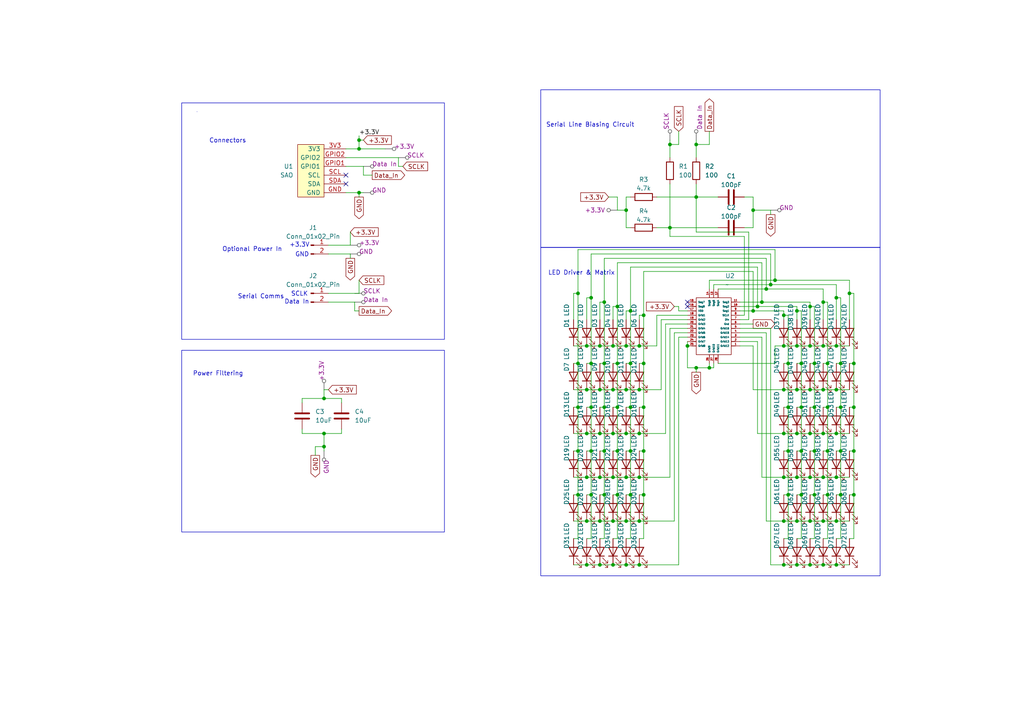
<source format=kicad_sch>
(kicad_sch (version 20250114) (generator "eeschema") (generator_version "9.0")
  (paper "A4")
  (rectangle (start 156.845 71.755) (end 255.27 167.005))
  (rectangle (start 52.705 29.845) (end 128.905 98.425))
  (rectangle (start 156.845 26.035) (end 255.27 71.755))
  (rectangle (start 52.705 101.6) (end 128.905 154.305))
  (rectangle (start 57.15 32.385) (end 57.15 32.385))
  (text "Power Filtering" (exclude_from_sim yes) (at 63.246 108.458 0) (effects (font (size 1.27 1.27))))
  (text "GND" (at 87.63 73.914 0) (effects (font (size 1.27 1.27))))
  (text "Serial Line Biasing Circuit" (exclude_from_sim yes) (at 171.196 36.322 0) (effects (font (size 1.27 1.27))))
  (text "+3.3V" (at 86.868 71.12 0) (effects (font (size 1.27 1.27))))
  (text "Connectors" (exclude_from_sim yes) (at 66.04 40.894 0) (effects (font (size 1.27 1.27))))
  (text "Serial Comms" (at 75.692 86.106 0) (effects (font (size 1.27 1.27))))
  (text "SCLK" (at 86.868 85.344 0) (effects (font (size 1.27 1.27))))
  (text "Optional Power In" (at 73.152 72.39 0) (effects (font (size 1.27 1.27))))
  (text "Data In" (at 86.106 87.63 0) (effects (font (size 1.27 1.27))))
  (text "LED Driver & Matrix" (exclude_from_sim yes) (at 168.656 79.248 0) (effects (font (size 1.27 1.27))))
  (junction (at 167.64 118.11))
  (junction (at 186.69 105.41))
  (junction (at 185.42 113.03))
  (junction (at 170.18 113.03))
  (junction (at 167.64 105.41))
  (junction (at 185.42 163.83))
  (junction (at 234.95 100.33))
  (junction (at 181.61 151.13))
  (junction (at 243.84 118.11))
  (junction (at 232.41 105.41))
  (junction (at 177.8 100.33))
  (junction (at 220.98 87.63))
  (junction (at 228.6 105.41))
  (junction (at 104.14 55.88))
  (junction (at 227.33 100.33))
  (junction (at 236.22 130.81))
  (junction (at 194.31 66.04))
  (junction (at 228.6 143.51))
  (junction (at 185.42 151.13))
  (junction (at 199.39 100.33))
  (junction (at 170.18 100.33))
  (junction (at 177.8 163.83))
  (junction (at 234.95 163.83))
  (junction (at 182.88 130.81))
  (junction (at 171.45 105.41))
  (junction (at 243.84 143.51))
  (junction (at 223.52 82.55))
  (junction (at 240.03 105.41))
  (junction (at 181.61 100.33))
  (junction (at 238.76 151.13))
  (junction (at 231.14 113.03))
  (junction (at 238.76 125.73))
  (junction (at 173.99 113.03))
  (junction (at 185.42 100.33))
  (junction (at 231.14 125.73))
  (junction (at 231.14 163.83))
  (junction (at 182.88 143.51))
  (junction (at 175.26 130.81))
  (junction (at 179.07 118.11))
  (junction (at 243.84 130.81))
  (junction (at 179.07 143.51))
  (junction (at 171.45 86.36))
  (junction (at 238.76 100.33))
  (junction (at 234.95 125.73))
  (junction (at 205.74 106.68))
  (junction (at 242.57 86.36))
  (junction (at 182.88 105.41))
  (junction (at 231.14 138.43))
  (junction (at 179.07 88.9))
  (junction (at 186.69 143.51))
  (junction (at 236.22 105.41))
  (junction (at 227.33 91.44))
  (junction (at 222.25 83.82))
  (junction (at 93.98 115.57))
  (junction (at 181.61 163.83))
  (junction (at 201.93 41.91))
  (junction (at 170.18 138.43))
  (junction (at 232.41 143.51))
  (junction (at 231.14 151.13))
  (junction (at 173.99 138.43))
  (junction (at 186.69 91.44))
  (junction (at 238.76 113.03))
  (junction (at 173.99 151.13))
  (junction (at 242.57 163.83))
  (junction (at 170.18 125.73))
  (junction (at 232.41 118.11))
  (junction (at 104.14 40.64))
  (junction (at 181.61 113.03))
  (junction (at 104.14 43.18))
  (junction (at 179.07 130.81))
  (junction (at 240.03 143.51))
  (junction (at 242.57 100.33))
  (junction (at 247.65 130.81))
  (junction (at 181.61 125.73))
  (junction (at 170.18 163.83))
  (junction (at 231.14 90.17))
  (junction (at 167.64 130.81))
  (junction (at 93.98 129.54))
  (junction (at 227.33 125.73))
  (junction (at 171.45 143.51))
  (junction (at 171.45 130.81))
  (junction (at 242.57 151.13))
  (junction (at 228.6 118.11))
  (junction (at 234.95 113.03))
  (junction (at 231.14 100.33))
  (junction (at 186.69 118.11))
  (junction (at 177.8 125.73))
  (junction (at 234.95 88.9))
  (junction (at 175.26 87.63))
  (junction (at 173.99 125.73))
  (junction (at 219.71 88.9))
  (junction (at 234.95 138.43))
  (junction (at 179.07 105.41))
  (junction (at 170.18 151.13))
  (junction (at 243.84 105.41))
  (junction (at 175.26 105.41))
  (junction (at 218.44 60.96))
  (junction (at 247.65 105.41))
  (junction (at 228.6 130.81))
  (junction (at 201.93 57.15))
  (junction (at 232.41 130.81))
  (junction (at 238.76 87.63))
  (junction (at 175.26 143.51))
  (junction (at 227.33 138.43))
  (junction (at 167.64 143.51))
  (junction (at 234.95 151.13))
  (junction (at 238.76 163.83))
  (junction (at 236.22 118.11))
  (junction (at 240.03 130.81))
  (junction (at 227.33 163.83))
  (junction (at 247.65 143.51))
  (junction (at 181.61 60.96))
  (junction (at 186.69 130.81))
  (junction (at 242.57 138.43))
  (junction (at 218.44 90.17))
  (junction (at 167.64 85.09))
  (junction (at 227.33 113.03))
  (junction (at 224.79 81.28))
  (junction (at 238.76 138.43))
  (junction (at 173.99 163.83))
  (junction (at 201.93 106.68))
  (junction (at 173.99 100.33))
  (junction (at 227.33 151.13))
  (junction (at 182.88 90.17))
  (junction (at 236.22 143.51))
  (junction (at 175.26 118.11))
  (junction (at 246.38 85.09))
  (junction (at 182.88 118.11))
  (junction (at 171.45 118.11))
  (junction (at 240.03 118.11))
  (junction (at 242.57 113.03))
  (junction (at 181.61 138.43))
  (junction (at 242.57 125.73))
  (junction (at 177.8 113.03))
  (junction (at 177.8 138.43))
  (junction (at 93.98 125.73))
  (junction (at 177.8 151.13))
  (junction (at 247.65 118.11))
  (junction (at 185.42 125.73))
  (junction (at 194.31 41.91))
  (junction (at 185.42 138.43))
  (no_connect (at 100.33 53.34))
  (no_connect (at 100.33 50.8))
  (no_connect (at 199.39 88.9))
  (no_connect (at 199.39 87.63))
  (wire (pts (xy 246.38 85.09) (xy 247.65 85.09)))
  (wire (pts (xy 214.63 87.63) (xy 220.98 87.63)))
  (wire (pts (xy 177.8 151.13) (xy 181.61 151.13)))
  (wire (pts (xy 227.33 105.41) (xy 228.6 105.41)))
  (wire (pts (xy 185.42 118.11) (xy 186.69 118.11)))
  (wire (pts (xy 171.45 105.41) (xy 171.45 86.36)))
  (wire (pts (xy 181.61 100.33) (xy 185.42 100.33)))
  (wire (pts (xy 102.87 90.17) (xy 102.87 87.63)))
  (wire (pts (xy 234.95 125.73) (xy 238.76 125.73)))
  (wire (pts (xy 171.45 86.36) (xy 170.18 86.36)))
  (wire (pts (xy 105.41 50.8) (xy 105.41 48.26)))
  (wire (pts (xy 170.18 100.33) (xy 173.99 100.33)))
  (wire (pts (xy 227.33 151.13) (xy 231.14 151.13)))
  (wire (pts (xy 242.57 138.43) (xy 246.38 138.43)))
  (wire (pts (xy 177.8 138.43) (xy 181.61 138.43)))
  (wire (pts (xy 182.88 130.81) (xy 182.88 118.11)))
  (wire (pts (xy 175.26 130.81) (xy 175.26 118.11)))
  (wire (pts (xy 104.14 43.18) (xy 100.33 43.18)))
  (wire (pts (xy 224.79 105.41) (xy 208.28 105.41)))
  (wire (pts (xy 95.25 85.09) (xy 104.14 85.09)))
  (wire (pts (xy 231.14 163.83) (xy 234.95 163.83)))
  (wire (pts (xy 246.38 156.21) (xy 247.65 156.21)))
  (wire (pts (xy 87.63 115.57) (xy 87.63 116.84)))
  (wire (pts (xy 215.9 68.58) (xy 194.31 68.58)))
  (wire (pts (xy 246.38 130.81) (xy 247.65 130.81)))
  (wire (pts (xy 220.98 76.2) (xy 220.98 87.63)))
  (wire (pts (xy 234.95 105.41) (xy 236.22 105.41)))
  (wire (pts (xy 246.38 105.41) (xy 247.65 105.41)))
  (wire (pts (xy 214.63 95.25) (xy 223.52 95.25)))
  (wire (pts (xy 201.93 40.64) (xy 201.93 41.91)))
  (wire (pts (xy 214.63 90.17) (xy 218.44 90.17)))
  (wire (pts (xy 242.57 86.36) (xy 242.57 92.71)))
  (wire (pts (xy 171.45 130.81) (xy 171.45 118.11)))
  (wire (pts (xy 207.01 106.68) (xy 205.74 106.68)))
  (wire (pts (xy 181.61 57.15) (xy 181.61 60.96)))
  (wire (pts (xy 167.64 156.21) (xy 167.64 143.51)))
  (wire (pts (xy 228.6 118.11) (xy 228.6 130.81)))
  (wire (pts (xy 242.57 163.83) (xy 246.38 163.83)))
  (wire (pts (xy 238.76 156.21) (xy 240.03 156.21)))
  (wire (pts (xy 170.18 163.83) (xy 173.99 163.83)))
  (wire (pts (xy 240.03 130.81) (xy 240.03 118.11)))
  (wire (pts (xy 223.52 163.83) (xy 227.33 163.83)))
  (wire (pts (xy 218.44 113.03) (xy 227.33 113.03)))
  (wire (pts (xy 228.6 143.51) (xy 228.6 130.81)))
  (wire (pts (xy 246.38 143.51) (xy 247.65 143.51)))
  (wire (pts (xy 166.37 138.43) (xy 170.18 138.43)))
  (wire (pts (xy 232.41 105.41) (xy 232.41 90.17)))
  (wire (pts (xy 167.64 72.39) (xy 224.79 72.39)))
  (wire (pts (xy 223.52 60.96) (xy 223.52 62.23)))
  (wire (pts (xy 190.5 100.33) (xy 185.42 100.33)))
  (wire (pts (xy 101.6 67.31) (xy 101.6 71.12)))
  (wire (pts (xy 208.28 83.82) (xy 222.25 83.82)))
  (wire (pts (xy 232.41 156.21) (xy 232.41 143.51)))
  (wire (pts (xy 231.14 151.13) (xy 234.95 151.13)))
  (wire (pts (xy 219.71 77.47) (xy 219.71 88.9)))
  (wire (pts (xy 196.85 88.9) (xy 195.58 88.9)))
  (wire (pts (xy 182.88 143.51) (xy 182.88 130.81)))
  (wire (pts (xy 224.79 72.39) (xy 224.79 81.28)))
  (wire (pts (xy 166.37 113.03) (xy 170.18 113.03)))
  (wire (pts (xy 87.63 115.57) (xy 93.98 115.57)))
  (wire (pts (xy 238.76 118.11) (xy 240.03 118.11)))
  (wire (pts (xy 234.95 100.33) (xy 238.76 100.33)))
  (wire (pts (xy 170.18 138.43) (xy 173.99 138.43)))
  (wire (pts (xy 227.33 113.03) (xy 231.14 113.03)))
  (wire (pts (xy 231.14 88.9) (xy 231.14 90.17)))
  (wire (pts (xy 179.07 118.11) (xy 179.07 105.41)))
  (wire (pts (xy 199.39 99.06) (xy 199.39 100.33)))
  (wire (pts (xy 173.99 138.43) (xy 177.8 138.43)))
  (wire (pts (xy 227.33 91.44) (xy 227.33 92.71)))
  (wire (pts (xy 242.57 113.03) (xy 246.38 113.03)))
  (wire (pts (xy 196.85 163.83) (xy 185.42 163.83)))
  (wire (pts (xy 222.25 96.52) (xy 222.25 151.13)))
  (wire (pts (xy 115.57 48.26) (xy 115.57 45.72)))
  (wire (pts (xy 185.42 91.44) (xy 186.69 91.44)))
  (wire (pts (xy 115.57 45.72) (xy 100.33 45.72)))
  (wire (pts (xy 193.04 93.98) (xy 193.04 125.73)))
  (wire (pts (xy 167.64 85.09) (xy 166.37 85.09)))
  (wire (pts (xy 182.88 90.17) (xy 182.88 105.41)))
  (wire (pts (xy 199.39 95.25) (xy 194.31 95.25)))
  (wire (pts (xy 247.65 118.11) (xy 247.65 105.41)))
  (wire (pts (xy 181.61 105.41) (xy 182.88 105.41)))
  (wire (pts (xy 186.69 118.11) (xy 186.69 105.41)))
  (wire (pts (xy 214.63 96.52) (xy 222.25 96.52)))
  (wire (pts (xy 93.98 113.03) (xy 95.25 113.03)))
  (wire (pts (xy 199.39 96.52) (xy 195.58 96.52)))
  (wire (pts (xy 231.14 130.81) (xy 232.41 130.81)))
  (wire (pts (xy 238.76 138.43) (xy 242.57 138.43)))
  (wire (pts (xy 104.14 81.28) (xy 104.14 85.09)))
  (wire (pts (xy 238.76 143.51) (xy 240.03 143.51)))
  (wire (pts (xy 177.8 105.41) (xy 179.07 105.41)))
  (wire (pts (xy 104.14 55.88) (xy 100.33 55.88)))
  (wire (pts (xy 194.31 40.64) (xy 194.31 41.91)))
  (wire (pts (xy 207.01 82.55) (xy 223.52 82.55)))
  (wire (pts (xy 185.42 130.81) (xy 186.69 130.81)))
  (wire (pts (xy 175.26 118.11) (xy 175.26 105.41)))
  (wire (pts (xy 218.44 78.74) (xy 218.44 90.17)))
  (wire (pts (xy 207.01 105.41) (xy 207.01 106.68)))
  (wire (pts (xy 232.41 143.51) (xy 232.41 130.81)))
  (wire (pts (xy 238.76 113.03) (xy 242.57 113.03)))
  (wire (pts (xy 170.18 86.36) (xy 170.18 92.71)))
  (wire (pts (xy 170.18 125.73) (xy 173.99 125.73)))
  (wire (pts (xy 166.37 118.11) (xy 167.64 118.11)))
  (wire (pts (xy 185.42 156.21) (xy 186.69 156.21)))
  (wire (pts (xy 196.85 90.17) (xy 196.85 88.9)))
  (wire (pts (xy 166.37 163.83) (xy 170.18 163.83)))
  (wire (pts (xy 166.37 156.21) (xy 167.64 156.21)))
  (wire (pts (xy 199.39 100.33) (xy 199.39 106.68)))
  (wire (pts (xy 181.61 143.51) (xy 182.88 143.51)))
  (wire (pts (xy 236.22 118.11) (xy 236.22 105.41)))
  (wire (pts (xy 234.95 118.11) (xy 236.22 118.11)))
  (wire (pts (xy 243.84 86.36) (xy 243.84 105.41)))
  (wire (pts (xy 190.5 57.15) (xy 201.93 57.15)))
  (wire (pts (xy 236.22 130.81) (xy 236.22 118.11)))
  (wire (pts (xy 176.53 57.15) (xy 179.07 57.15)))
  (wire (pts (xy 175.26 105.41) (xy 175.26 87.63)))
  (wire (pts (xy 218.44 100.33) (xy 218.44 113.03)))
  (wire (pts (xy 234.95 143.51) (xy 236.22 143.51)))
  (wire (pts (xy 215.9 57.15) (xy 218.44 57.15)))
  (wire (pts (xy 218.44 60.96) (xy 223.52 60.96)))
  (wire (pts (xy 195.58 96.52) (xy 195.58 151.13)))
  (wire (pts (xy 227.33 156.21) (xy 228.6 156.21)))
  (wire (pts (xy 205.74 106.68) (xy 201.93 106.68)))
  (wire (pts (xy 171.45 86.36) (xy 171.45 73.66)))
  (wire (pts (xy 243.84 130.81) (xy 243.84 118.11)))
  (wire (pts (xy 224.79 81.28) (xy 246.38 81.28)))
  (wire (pts (xy 227.33 143.51) (xy 228.6 143.51)))
  (wire (pts (xy 238.76 125.73) (xy 242.57 125.73)))
  (wire (pts (xy 101.6 73.66) (xy 101.6 74.93)))
  (wire (pts (xy 196.85 41.91) (xy 194.31 41.91)))
  (wire (pts (xy 177.8 163.83) (xy 181.61 163.83)))
  (wire (pts (xy 185.42 105.41) (xy 186.69 105.41)))
  (wire (pts (xy 182.88 118.11) (xy 182.88 105.41)))
  (wire (pts (xy 93.98 113.03) (xy 93.98 115.57)))
  (wire (pts (xy 182.88 57.15) (xy 181.61 57.15)))
  (wire (pts (xy 167.64 118.11) (xy 167.64 130.81)))
  (wire (pts (xy 242.57 143.51) (xy 243.84 143.51)))
  (wire (pts (xy 236.22 88.9) (xy 234.95 88.9)))
  (wire (pts (xy 171.45 143.51) (xy 171.45 130.81)))
  (wire (pts (xy 227.33 100.33) (xy 224.79 100.33)))
  (wire (pts (xy 173.99 130.81) (xy 175.26 130.81)))
  (wire (pts (xy 170.18 130.81) (xy 171.45 130.81)))
  (wire (pts (xy 181.61 138.43) (xy 185.42 138.43)))
  (wire (pts (xy 190.5 91.44) (xy 190.5 100.33)))
  (wire (pts (xy 231.14 143.51) (xy 232.41 143.51)))
  (wire (pts (xy 166.37 143.51) (xy 167.64 143.51)))
  (wire (pts (xy 175.26 87.63) (xy 175.26 74.93)))
  (wire (pts (xy 93.98 129.54) (xy 93.98 130.81)))
  (wire (pts (xy 186.69 143.51) (xy 186.69 130.81)))
  (wire (pts (xy 181.61 66.04) (xy 182.88 66.04)))
  (wire (pts (xy 170.18 118.11) (xy 171.45 118.11)))
  (wire (pts (xy 238.76 83.82) (xy 238.76 87.63)))
  (wire (pts (xy 195.58 151.13) (xy 185.42 151.13)))
  (wire (pts (xy 238.76 151.13) (xy 242.57 151.13)))
  (wire (pts (xy 242.57 125.73) (xy 246.38 125.73)))
  (wire (pts (xy 238.76 87.63) (xy 238.76 92.71)))
  (wire (pts (xy 246.38 118.11) (xy 247.65 118.11)))
  (wire (pts (xy 227.33 163.83) (xy 231.14 163.83)))
  (wire (pts (xy 231.14 125.73) (xy 234.95 125.73)))
  (wire (pts (xy 201.93 57.15) (xy 208.28 57.15)))
  (wire (pts (xy 191.77 113.03) (xy 185.42 113.03)))
  (wire (pts (xy 234.95 156.21) (xy 236.22 156.21)))
  (wire (pts (xy 199.39 90.17) (xy 196.85 90.17)))
  (wire (pts (xy 191.77 92.71) (xy 191.77 113.03)))
  (wire (pts (xy 170.18 105.41) (xy 171.45 105.41)))
  (wire (pts (xy 228.6 156.21) (xy 228.6 143.51)))
  (wire (pts (xy 243.84 143.51) (xy 243.84 130.81)))
  (wire (pts (xy 171.45 156.21) (xy 171.45 143.51)))
  (wire (pts (xy 99.06 125.73) (xy 93.98 125.73)))
  (wire (pts (xy 217.17 67.31) (xy 201.93 67.31)))
  (wire (pts (xy 173.99 100.33) (xy 177.8 100.33)))
  (wire (pts (xy 196.85 38.1) (xy 196.85 41.91)))
  (wire (pts (xy 218.44 90.17) (xy 227.33 90.17)))
  (wire (pts (xy 175.26 143.51) (xy 175.26 130.81)))
  (wire (pts (xy 93.98 115.57) (xy 99.06 115.57)))
  (wire (pts (xy 166.37 151.13) (xy 170.18 151.13)))
  (wire (pts (xy 240.03 156.21) (xy 240.03 143.51)))
  (wire (pts (xy 181.61 60.96) (xy 181.61 66.04)))
  (wire (pts (xy 93.98 125.73) (xy 87.63 125.73)))
  (wire (pts (xy 227.33 90.17) (xy 227.33 91.44)))
  (wire (pts (xy 173.99 156.21) (xy 175.26 156.21)))
  (wire (pts (xy 240.03 143.51) (xy 240.03 130.81)))
  (wire (pts (xy 234.95 130.81) (xy 236.22 130.81)))
  (wire (pts (xy 177.8 88.9) (xy 177.8 92.71)))
  (wire (pts (xy 93.98 125.73) (xy 93.98 129.54)))
  (wire (pts (xy 182.88 77.47) (xy 219.71 77.47)))
  (wire (pts (xy 186.69 91.44) (xy 186.69 105.41)))
  (wire (pts (xy 238.76 105.41) (xy 240.03 105.41)))
  (wire (pts (xy 227.33 100.33) (xy 231.14 100.33)))
  (wire (pts (xy 227.33 125.73) (xy 231.14 125.73)))
  (wire (pts (xy 242.57 156.21) (xy 243.84 156.21)))
  (wire (pts (xy 175.26 74.93) (xy 222.25 74.93)))
  (wire (pts (xy 246.38 92.71) (xy 246.38 85.09)))
  (wire (pts (xy 232.41 130.81) (xy 232.41 118.11)))
  (wire (pts (xy 179.07 60.96) (xy 181.61 60.96)))
  (wire (pts (xy 199.39 93.98) (xy 193.04 93.98)))
  (wire (pts (xy 171.45 73.66) (xy 223.52 73.66)))
  (wire (pts (xy 105.41 55.88) (xy 104.14 55.88)))
  (wire (pts (xy 232.41 90.17) (xy 231.14 90.17)))
  (wire (pts (xy 177.8 113.03) (xy 181.61 113.03)))
  (wire (pts (xy 177.8 143.51) (xy 179.07 143.51)))
  (wire (pts (xy 231.14 105.41) (xy 232.41 105.41)))
  (wire (pts (xy 201.93 41.91) (xy 201.93 45.72)))
  (wire (pts (xy 214.63 91.44) (xy 215.9 91.44)))
  (wire (pts (xy 87.63 125.73) (xy 87.63 124.46)))
  (wire (pts (xy 194.31 66.04) (xy 194.31 68.58)))
  (wire (pts (xy 227.33 138.43) (xy 231.14 138.43)))
  (wire (pts (xy 246.38 81.28) (xy 246.38 85.09)))
  (wire (pts (xy 171.45 118.11) (xy 171.45 105.41)))
  (wire (pts (xy 170.18 156.21) (xy 171.45 156.21)))
  (wire (pts (xy 243.84 118.11) (xy 243.84 105.41)))
  (wire (pts (xy 215.9 91.44) (xy 215.9 68.58)))
  (wire (pts (xy 228.6 91.44) (xy 227.33 91.44)))
  (wire (pts (xy 214.63 97.79) (xy 220.98 97.79)))
  (wire (pts (xy 185.42 92.71) (xy 185.42 91.44)))
  (wire (pts (xy 227.33 118.11) (xy 228.6 118.11)))
  (wire (pts (xy 228.6 105.41) (xy 228.6 91.44)))
  (wire (pts (xy 223.52 95.25) (xy 223.52 163.83)))
  (wire (pts (xy 104.14 39.37) (xy 104.14 40.64)))
  (wire (pts (xy 194.31 53.34) (xy 194.31 66.04)))
  (wire (pts (xy 181.61 118.11) (xy 182.88 118.11)))
  (wire (pts (xy 166.37 130.81) (xy 167.64 130.81)))
  (wire (pts (xy 173.99 151.13) (xy 177.8 151.13)))
  (wire (pts (xy 220.98 138.43) (xy 227.33 138.43)))
  (wire (pts (xy 95.25 87.63) (xy 102.87 87.63)))
  (wire (pts (xy 199.39 92.71) (xy 191.77 92.71)))
  (wire (pts (xy 173.99 143.51) (xy 175.26 143.51)))
  (wire (pts (xy 173.99 125.73) (xy 177.8 125.73)))
  (wire (pts (xy 91.44 129.54) (xy 93.98 129.54)))
  (wire (pts (xy 194.31 66.04) (xy 208.28 66.04)))
  (wire (pts (xy 105.41 40.64) (xy 104.14 40.64)))
  (wire (pts (xy 238.76 130.81) (xy 240.03 130.81)))
  (wire (pts (xy 179.07 57.15) (xy 179.07 60.96)))
  (wire (pts (xy 223.52 73.66) (xy 223.52 82.55)))
  (wire (pts (xy 234.95 87.63) (xy 234.95 88.9)))
  (wire (pts (xy 182.88 90.17) (xy 181.61 90.17)))
  (wire (pts (xy 177.8 118.11) (xy 179.07 118.11)))
  (wire (pts (xy 214.63 92.71) (xy 217.17 92.71)))
  (wire (pts (xy 177.8 100.33) (xy 181.61 100.33)))
  (wire (pts (xy 185.42 143.51) (xy 186.69 143.51)))
  (wire (pts (xy 214.63 100.33) (xy 218.44 100.33)))
  (wire (pts (xy 205.74 83.82) (xy 205.74 81.28)))
  (wire (pts (xy 242.57 82.55) (xy 242.57 86.36)))
  (wire (pts (xy 220.98 87.63) (xy 234.95 87.63)))
  (wire (pts (xy 173.99 105.41) (xy 175.26 105.41)))
  (wire (pts (xy 218.44 60.96) (xy 218.44 66.04)))
  (wire (pts (xy 243.84 86.36) (xy 242.57 86.36)))
  (wire (pts (xy 194.31 138.43) (xy 185.42 138.43)))
  (wire (pts (xy 236.22 105.41) (xy 236.22 88.9)))
  (wire (pts (xy 224.79 100.33) (xy 224.79 105.41)))
  (wire (pts (xy 234.95 138.43) (xy 238.76 138.43)))
  (wire (pts (xy 173.99 118.11) (xy 175.26 118.11)))
  (wire (pts (xy 242.57 130.81) (xy 243.84 130.81)))
  (wire (pts (xy 243.84 156.21) (xy 243.84 143.51)))
  (wire (pts (xy 182.88 156.21) (xy 182.88 143.51)))
  (wire (pts (xy 240.03 87.63) (xy 238.76 87.63)))
  (wire (pts (xy 232.41 118.11) (xy 232.41 105.41)))
  (wire (pts (xy 199.39 91.44) (xy 190.5 91.44)))
  (wire (pts (xy 190.5 66.04) (xy 194.31 66.04)))
  (wire (pts (xy 199.39 106.68) (xy 201.93 106.68)))
  (wire (pts (xy 111.76 43.18) (xy 104.14 43.18)))
  (wire (pts (xy 181.61 156.21) (xy 182.88 156.21)))
  (wire (pts (xy 173.99 163.83) (xy 177.8 163.83)))
  (wire (pts (xy 231.14 90.17) (xy 231.14 92.71)))
  (wire (pts (xy 219.71 99.06) (xy 219.71 125.73)))
  (wire (pts (xy 236.22 156.21) (xy 236.22 143.51)))
  (wire (pts (xy 242.57 151.13) (xy 246.38 151.13)))
  (wire (pts (xy 194.31 95.25) (xy 194.31 138.43)))
  (wire (pts (xy 173.99 87.63) (xy 173.99 92.71)))
  (wire (pts (xy 181.61 113.03) (xy 185.42 113.03)))
  (wire (pts (xy 104.14 57.15) (xy 104.14 55.88)))
  (wire (pts (xy 220.98 97.79) (xy 220.98 138.43)))
  (wire (pts (xy 238.76 163.83) (xy 242.57 163.83)))
  (wire (pts (xy 107.95 50.8) (xy 105.41 50.8)))
  (wire (pts (xy 247.65 143.51) (xy 247.65 130.81)))
  (wire (pts (xy 242.57 105.41) (xy 243.84 105.41)))
  (wire (pts (xy 166.37 100.33) (xy 170.18 100.33)))
  (wire (pts (xy 205.74 105.41) (xy 205.74 106.68)))
  (wire (pts (xy 231.14 156.21) (xy 232.41 156.21)))
  (wire (pts (xy 205.74 81.28) (xy 224.79 81.28)))
  (wire (pts (xy 179.07 88.9) (xy 179.07 76.2)))
  (wire (pts (xy 175.26 156.21) (xy 175.26 143.51)))
  (wire (pts (xy 179.07 105.41) (xy 179.07 88.9)))
  (wire (pts (xy 186.69 78.74) (xy 218.44 78.74)))
  (wire (pts (xy 177.8 125.73) (xy 181.61 125.73)))
  (wire (pts (xy 170.18 151.13) (xy 173.99 151.13)))
  (wire (pts (xy 231.14 100.33) (xy 234.95 100.33)))
  (wire (pts (xy 167.64 105.41) (xy 167.64 85.09)))
  (wire (pts (xy 101.6 71.12) (xy 95.25 71.12)))
  (wire (pts (xy 214.63 88.9) (xy 219.71 88.9)))
  (wire (pts (xy 166.37 85.09) (xy 166.37 92.71)))
  (wire (pts (xy 177.8 130.81) (xy 179.07 130.81)))
  (wire (pts (xy 170.18 113.03) (xy 173.99 113.03)))
  (wire (pts (xy 219.71 88.9) (xy 231.14 88.9)))
  (wire (pts (xy 247.65 85.09) (xy 247.65 105.41)))
  (wire (pts (xy 186.69 156.21) (xy 186.69 143.51)))
  (wire (pts (xy 181.61 151.13) (xy 185.42 151.13)))
  (wire (pts (xy 104.14 40.64) (xy 104.14 43.18)))
  (wire (pts (xy 196.85 97.79) (xy 196.85 163.83)))
  (wire (pts (xy 215.9 66.04) (xy 218.44 66.04)))
  (wire (pts (xy 205.74 38.1) (xy 205.74 41.91)))
  (wire (pts (xy 201.93 57.15) (xy 201.93 67.31)))
  (wire (pts (xy 186.69 130.81) (xy 186.69 118.11)))
  (wire (pts (xy 116.84 48.26) (xy 115.57 48.26)))
  (wire (pts (xy 234.95 88.9) (xy 234.95 92.71)))
  (wire (pts (xy 205.74 41.91) (xy 201.93 41.91)))
  (wire (pts (xy 104.14 90.17) (xy 102.87 90.17)))
  (wire (pts (xy 214.63 93.98) (xy 218.44 93.98)))
  (wire (pts (xy 194.31 41.91) (xy 194.31 45.72)))
  (wire (pts (xy 179.07 88.9) (xy 177.8 88.9)))
  (wire (pts (xy 201.93 106.68) (xy 201.93 107.95)))
  (wire (pts (xy 227.33 130.81) (xy 228.6 130.81)))
  (wire (pts (xy 231.14 138.43) (xy 234.95 138.43)))
  (wire (pts (xy 240.03 105.41) (xy 240.03 87.63)))
  (wire (pts (xy 214.63 99.06) (xy 219.71 99.06)))
  (wire (pts (xy 181.61 163.83) (xy 185.42 163.83)))
  (wire (pts (xy 228.6 118.11) (xy 228.6 105.41)))
  (wire (pts (xy 101.6 73.66) (xy 95.25 73.66)))
  (wire (pts (xy 193.04 125.73) (xy 185.42 125.73)))
  (wire (pts (xy 173.99 113.03) (xy 177.8 113.03)))
  (wire (pts (xy 181.61 90.17) (xy 181.61 92.71)))
  (wire (pts (xy 179.07 76.2) (xy 220.98 76.2)))
  (wire (pts (xy 182.88 90.17) (xy 182.88 77.47)))
  (wire (pts (xy 222.25 74.93) (xy 222.25 83.82)))
  (wire (pts (xy 181.61 130.81) (xy 182.88 130.81)))
  (wire (pts (xy 231.14 113.03) (xy 234.95 113.03)))
  (wire (pts (xy 166.37 125.73) (xy 170.18 125.73)))
  (wire (pts (xy 234.95 151.13) (xy 238.76 151.13)))
  (wire (pts (xy 219.71 125.73) (xy 227.33 125.73)))
  (wire (pts (xy 238.76 100.33) (xy 242.57 100.33)))
  (wire (pts (xy 222.25 151.13) (xy 227.33 151.13)))
  (wire (pts (xy 167.64 85.09) (xy 167.64 72.39)))
  (wire (pts (xy 166.37 105.41) (xy 167.64 105.41)))
  (wire (pts (xy 222.25 83.82) (xy 238.76 83.82)))
  (wire (pts (xy 167.64 118.11) (xy 167.64 105.41)))
  (wire (pts (xy 175.26 87.63) (xy 173.99 87.63)))
  (wire (pts (xy 234.95 163.83) (xy 238.76 163.83)))
  (wire (pts (xy 179.07 130.81) (xy 179.07 118.11)))
  (wire (pts (xy 217.17 92.71) (xy 217.17 67.31)))
  (wire (pts (xy 240.03 118.11) (xy 240.03 105.41)))
  (wire (pts (xy 242.57 100.33) (xy 246.38 100.33)))
  (wire (pts (xy 105.41 48.26) (xy 100.33 48.26)))
  (wire (pts (xy 247.65 156.21) (xy 247.65 143.51)))
  (wire (pts (xy 247.65 130.81) (xy 247.65 118.11)))
  (wire (pts (xy 236.22 143.51) (xy 236.22 130.81)))
  (wire (pts (xy 177.8 156.21) (xy 179.07 156.21)))
  (wire (pts (xy 199.39 97.79) (xy 196.85 97.79)))
  (wire (pts (xy 242.57 118.11) (xy 243.84 118.11)))
  (wire (pts (xy 167.64 143.51) (xy 167.64 130.81)))
  (wire (pts (xy 99.06 124.46) (xy 99.06 125.73)))
  (wire (pts (xy 207.01 83.82) (xy 207.01 82.55)))
  (wire (pts (xy 170.18 143.51) (xy 171.45 143.51)))
  (wire (pts (xy 201.93 53.34) (xy 201.93 57.15)))
  (wire (pts (xy 179.07 143.51) (xy 179.07 130.81)))
  (wire (pts (xy 223.52 82.55) (xy 242.57 82.55)))
  (wire (pts (xy 91.44 132.08) (xy 91.44 129.54)))
  (wire (pts (xy 179.07 156.21) (xy 179.07 143.51)))
  (wire (pts (xy 99.06 115.57) (xy 99.06 116.84)))
  (wire (pts (xy 218.44 57.15) (xy 218.44 60.96)))
  (wire (pts (xy 181.61 125.73) (xy 185.42 125.73)))
  (wire (pts (xy 234.95 113.03) (xy 238.76 113.03)))
  (wire (pts (xy 231.14 118.11) (xy 232.41 118.11)))
  (wire (pts (xy 186.69 91.44) (xy 186.69 78.74)))
  (label "+3.3V" (at 104.14 39.37 0))
  (global_label "Data_In" (shape output) (at 107.95 50.8 0) (property "Intersheetrefs" "${INTERSHEET_REFS}" (effects (hide yes))))
  (global_label "SCLK" (shape input) (at 116.84 48.26 0) (property "Intersheetrefs" "${INTERSHEET_REFS}" (effects (hide yes))))
  (global_label "Data_In" (shape output) (at 205.74 38.1 90) (property "Intersheetrefs" "${INTERSHEET_REFS}" (effects (hide yes))))
  (global_label "+3.3V" (shape input) (at 105.41 40.64 0) (property "Intersheetrefs" "${INTERSHEET_REFS}" (effects (hide yes))))
  (global_label "GND" (shape output) (at 201.93 107.95 270) (property "Intersheetrefs" "${INTERSHEET_REFS}" (effects (hide yes))))
  (global_label "GND" (shape output) (at 101.6 74.93 270) (property "Intersheetrefs" "${INTERSHEET_REFS}" (effects (hide yes))))
  (global_label "+3.3V" (shape input) (at 195.58 88.9 180) (property "Intersheetrefs" "${INTERSHEET_REFS}" (effects (hide yes))))
  (global_label "GND" (shape output) (at 104.14 57.15 270) (property "Intersheetrefs" "${INTERSHEET_REFS}" (effects (hide yes))))
  (global_label "GND" (shape output) (at 91.44 132.08 270) (property "Intersheetrefs" "${INTERSHEET_REFS}" (effects (hide yes))))
  (global_label "+3.3V" (shape input) (at 101.6 67.31 0) (property "Intersheetrefs" "${INTERSHEET_REFS}" (effects (hide yes))))
  (global_label "+3.3V" (shape input) (at 176.53 57.15 180) (property "Intersheetrefs" "${INTERSHEET_REFS}" (effects (hide yes))))
  (global_label "Data_In" (shape output) (at 104.14 90.17 0) (property "Intersheetrefs" "${INTERSHEET_REFS}" (effects (hide yes))))
  (global_label "GND" (shape output) (at 223.52 62.23 270) (property "Intersheetrefs" "${INTERSHEET_REFS}" (effects (hide yes))))
  (global_label "SCLK" (shape input) (at 104.14 81.28 0) (property "Intersheetrefs" "${INTERSHEET_REFS}" (effects (hide yes))))
  (global_label "GND" (shape output) (at 218.44 93.98 0) (property "Intersheetrefs" "${INTERSHEET_REFS}" (effects (hide yes))))
  (global_label "+3.3V" (shape input) (at 95.25 113.03 0) (property "Intersheetrefs" "${INTERSHEET_REFS}" (effects (hide yes))))
  (global_label "SCLK" (shape input) (at 196.85 38.1 90) (property "Intersheetrefs" "${INTERSHEET_REFS}" (effects (hide yes))))
  (netclass_flag "" (length 2.54) (shape round) (at 102.87 85.09 270) (property "Netclass" "SCLK" (at 105.41 84.3915 0) (effects (justify left))))
  (netclass_flag "" (length 2.54) (shape round) (at 105.41 55.88 270) (property "Netclass" "GND" (at 107.95 55.1815 0) (effects (justify left))))
  (netclass_flag "" (length 2.54) (shape round) (at 93.98 130.81 180) (property "Netclass" "GND" (at 94.6785 133.35 90) (effects (justify right))))
  (netclass_flag "" (length 2.54) (shape round) (at 111.76 43.18 270) (property "Netclass" "+3.3V" (at 114.3 42.4815 0) (effects (justify left))))
  (netclass_flag "" (length 2.54) (shape round) (at 201.93 40.64 0) (property "Netclass" "Data In" (at 202.946 37.592 90) (effects (justify left))))
  (netclass_flag "" (length 2.54) (shape round) (at 194.31 40.64 0) (property "Netclass" "SCLK" (at 193.294 37.592 90) (effects (justify left))))
  (netclass_flag "" (length 2.54) (shape round) (at 179.07 60.96 90) (property "Netclass" "+3.3V" (at 175.514 60.96 0) (effects (justify right))))
  (netclass_flag "" (length 2.54) (shape round) (at 101.6 71.12 270) (property "Netclass" "+3.3V" (at 104.14 70.4215 0) (effects (justify left))))
  (netclass_flag "" (length 2.54) (shape round) (at 105.41 48.26 270) (property "Netclass" "Data In" (at 107.95 47.5615 0) (effects (justify left))))
  (netclass_flag "" (length 2.54) (shape round) (at 93.98 113.03 0) (property "Netclass" "+3.3V" (at 93.2815 110.49 90) (effects (justify left))))
  (netclass_flag "" (length 2.54) (shape round) (at 115.57 45.72 270) (property "Netclass" "SCLK" (at 118.11 45.0215 0) (effects (justify left))))
  (netclass_flag "" (length 2.54) (shape round) (at 101.6 73.66 270) (property "Netclass" "GND" (at 104.14 72.9615 0) (effects (justify left))))
  (netclass_flag "" (length 2.54) (shape round) (at 223.52 60.96 270) (property "Netclass" "GND" (at 226.06 60.2615 0) (effects (justify left))))
  (netclass_flag "" (length 2.54) (shape round) (at 102.87 87.63 270) (property "Netclass" "Data In" (at 105.41 86.9315 0) (effects (justify left))))
  (symbol (lib_id "Device:LED") (at 234.95 147.32 90) (unit 1)
    (property "Reference" "D63" (at 233.426 144.526 0))
    (property "Value" "LED" (at 233.426 140.716 0))
    (property "Footprint" "LED_SMD:LED_0603_1608Metric_Pad1.05x0.95mm_HandSolder" (effects (hide yes)))
    (property "Description" "Light emitting diode" (effects (hide yes)))
    (property "Sim.Pins" "1=K 2=A" (effects (hide yes)))
  )
  (symbol (lib_id "Device:LED") (at 181.61 121.92 90) (unit 1)
    (property "Reference" "D17" (at 180.086 119.126 0))
    (property "Value" "LED" (at 180.086 115.316 0))
    (property "Footprint" "LED_SMD:LED_0603_1608Metric_Pad1.05x0.95mm_HandSolder" (effects (hide yes)))
    (property "Description" "Light emitting diode" (effects (hide yes)))
    (property "Sim.Pins" "1=K 2=A" (effects (hide yes)))
  )
  (symbol (lib_id "Swadge_Parts:EP1640") (at 207.01 92.71 180) (unit 1)
    (property "Reference" "U2" (at 210.3503 80.01 0) (effects (justify right)))
    (property "Value" "~" (at 210.3503 82.55 0) (effects (justify right)))
    (property "Footprint" "Swadge-Parts:EP1640" (effects (hide yes)))
    (property "Datasheet" "https://www.etekmicro.com/uploads/ueditor/20241220/955fdd641ce52e4548896a9d26971580.pdf" (effects (hide yes)))
  )
  (symbol (lib_id "Connector:Conn_01x02_Pin") (at 90.17 71.12 0) (unit 1)
    (property "Reference" "J1" (at 90.805 66.04 0))
    (property "Value" "Conn_01x02_Pin" (at 90.805 68.58 0))
    (property "Footprint" "Connector_PinHeader_2.54mm:PinHeader_1x02_P2.54mm_Vertical" (effects (hide yes)))
    (property "Description" "Generic connector, single row, 01x02, script generated" (effects (hide yes)))
  )
  (symbol (lib_id "Device:LED") (at 177.8 134.62 90) (unit 1)
    (property "Reference" "D22" (at 176.276 131.826 0))
    (property "Value" "LED" (at 176.276 128.016 0))
    (property "Footprint" "LED_SMD:LED_0603_1608Metric_Pad1.05x0.95mm_HandSolder" (effects (hide yes)))
    (property "Description" "Light emitting diode" (effects (hide yes)))
    (property "Sim.Pins" "1=K 2=A" (effects (hide yes)))
  )
  (symbol (lib_id "Device:LED") (at 177.8 96.52 90) (unit 1)
    (property "Reference" "D4" (at 176.276 93.726 0))
    (property "Value" "LED" (at 176.276 89.916 0))
    (property "Footprint" "LED_SMD:LED_0603_1608Metric_Pad1.05x0.95mm_HandSolder" (effects (hide yes)))
    (property "Description" "Light emitting diode" (effects (hide yes)))
    (property "Sim.Pins" "1=K 2=A" (effects (hide yes)))
  )
  (symbol (lib_id "Device:LED") (at 170.18 109.22 90) (unit 1)
    (property "Reference" "D8" (at 168.402 106.68 0))
    (property "Value" "LED" (at 168.402 102.616 0))
    (property "Footprint" "LED_SMD:LED_0603_1608Metric_Pad1.05x0.95mm_HandSolder" (effects (hide yes)))
    (property "Description" "Light emitting diode" (effects (hide yes)))
    (property "Sim.Pins" "1=K 2=A" (effects (hide yes)))
  )
  (symbol (lib_id "Device:LED") (at 170.18 121.92 90) (unit 1)
    (property "Reference" "D14" (at 168.402 119.38 0))
    (property "Value" "LED" (at 168.402 115.316 0))
    (property "Footprint" "LED_SMD:LED_0603_1608Metric_Pad1.05x0.95mm_HandSolder" (effects (hide yes)))
    (property "Description" "Light emitting diode" (effects (hide yes)))
    (property "Sim.Pins" "1=K 2=A" (effects (hide yes)))
  )
  (symbol (lib_id "Device:LED") (at 227.33 147.32 90) (unit 1)
    (property "Reference" "D61" (at 225.298 144.526 0))
    (property "Value" "LED" (at 225.298 140.716 0))
    (property "Footprint" "LED_SMD:LED_0603_1608Metric_Pad1.05x0.95mm_HandSolder" (effects (hide yes)))
    (property "Description" "Light emitting diode" (effects (hide yes)))
    (property "Sim.Pins" "1=K 2=A" (effects (hide yes)))
  )
  (symbol (lib_id "Device:LED") (at 238.76 147.32 90) (unit 1)
    (property "Reference" "D64" (at 237.236 144.526 0))
    (property "Value" "LED" (at 237.236 140.716 0))
    (property "Footprint" "LED_SMD:LED_0603_1608Metric_Pad1.05x0.95mm_HandSolder" (effects (hide yes)))
    (property "Description" "Light emitting diode" (effects (hide yes)))
    (property "Sim.Pins" "1=K 2=A" (effects (hide yes)))
  )
  (symbol (lib_id "Device:LED") (at 246.38 121.92 90) (unit 1)
    (property "Reference" "D54" (at 244.856 119.126 0))
    (property "Value" "LED" (at 244.856 115.316 0))
    (property "Footprint" "LED_SMD:LED_0603_1608Metric_Pad1.05x0.95mm_HandSolder" (effects (hide yes)))
    (property "Description" "Light emitting diode" (effects (hide yes)))
    (property "Sim.Pins" "1=K 2=A" (effects (hide yes)))
  )
  (symbol (lib_id "Device:LED") (at 185.42 109.22 90) (unit 1)
    (property "Reference" "D12" (at 183.896 106.426 0))
    (property "Value" "LED" (at 183.896 102.616 0))
    (property "Footprint" "LED_SMD:LED_0603_1608Metric_Pad1.05x0.95mm_HandSolder" (effects (hide yes)))
    (property "Description" "Light emitting diode" (effects (hide yes)))
    (property "Sim.Pins" "1=K 2=A" (effects (hide yes)))
  )
  (symbol (lib_id "Device:LED") (at 246.38 160.02 90) (unit 1)
    (property "Reference" "D72" (at 244.856 157.226 0))
    (property "Value" "LED" (at 244.856 153.416 0))
    (property "Footprint" "LED_SMD:LED_0603_1608Metric_Pad1.05x0.95mm_HandSolder" (effects (hide yes)))
    (property "Description" "Light emitting diode" (effects (hide yes)))
    (property "Sim.Pins" "1=K 2=A" (effects (hide yes)))
  )
  (symbol (lib_id "Device:LED") (at 173.99 121.92 90) (unit 1)
    (property "Reference" "D15" (at 172.466 119.126 0))
    (property "Value" "LED" (at 172.466 115.316 0))
    (property "Footprint" "LED_SMD:LED_0603_1608Metric_Pad1.05x0.95mm_HandSolder" (effects (hide yes)))
    (property "Description" "Light emitting diode" (effects (hide yes)))
    (property "Sim.Pins" "1=K 2=A" (effects (hide yes)))
  )
  (symbol (lib_id "Device:LED") (at 234.95 160.02 90) (unit 1)
    (property "Reference" "D69" (at 233.426 157.226 0))
    (property "Value" "LED" (at 233.426 153.416 0))
    (property "Footprint" "LED_SMD:LED_0603_1608Metric_Pad1.05x0.95mm_HandSolder" (effects (hide yes)))
    (property "Description" "Light emitting diode" (effects (hide yes)))
    (property "Sim.Pins" "1=K 2=A" (effects (hide yes)))
  )
  (symbol (lib_id "Device:LED") (at 166.37 147.32 90) (unit 1)
    (property "Reference" "D25" (at 164.338 144.526 0))
    (property "Value" "LED" (at 164.338 140.716 0))
    (property "Footprint" "LED_SMD:LED_0603_1608Metric_Pad1.05x0.95mm_HandSolder" (effects (hide yes)))
    (property "Description" "Light emitting diode" (effects (hide yes)))
    (property "Sim.Pins" "1=K 2=A" (effects (hide yes)))
  )
  (symbol (lib_id "Device:LED") (at 181.61 147.32 90) (unit 1)
    (property "Reference" "D29" (at 180.086 144.526 0))
    (property "Value" "LED" (at 180.086 140.716 0))
    (property "Footprint" "LED_SMD:LED_0603_1608Metric_Pad1.05x0.95mm_HandSolder" (effects (hide yes)))
    (property "Description" "Light emitting diode" (effects (hide yes)))
    (property "Sim.Pins" "1=K 2=A" (effects (hide yes)))
  )
  (symbol (lib_id "Device:LED") (at 181.61 134.62 90) (unit 1)
    (property "Reference" "D23" (at 180.086 131.826 0))
    (property "Value" "LED" (at 180.086 128.016 0))
    (property "Footprint" "LED_SMD:LED_0603_1608Metric_Pad1.05x0.95mm_HandSolder" (effects (hide yes)))
    (property "Description" "Light emitting diode" (effects (hide yes)))
    (property "Sim.Pins" "1=K 2=A" (effects (hide yes)))
  )
  (symbol (lib_id "Device:LED") (at 173.99 134.62 90) (unit 1)
    (property "Reference" "D21" (at 172.466 131.826 0))
    (property "Value" "LED" (at 172.466 128.016 0))
    (property "Footprint" "LED_SMD:LED_0603_1608Metric_Pad1.05x0.95mm_HandSolder" (effects (hide yes)))
    (property "Description" "Light emitting diode" (effects (hide yes)))
    (property "Sim.Pins" "1=K 2=A" (effects (hide yes)))
  )
  (symbol (lib_id "Device:LED") (at 166.37 121.92 90) (unit 1)
    (property "Reference" "D13" (at 164.338 119.126 0))
    (property "Value" "LED" (at 164.338 115.316 0))
    (property "Footprint" "LED_SMD:LED_0603_1608Metric_Pad1.05x0.95mm_HandSolder" (effects (hide yes)))
    (property "Description" "Light emitting diode" (effects (hide yes)))
    (property "Sim.Pins" "1=K 2=A" (effects (hide yes)))
  )
  (symbol (lib_id "Device:LED") (at 181.61 96.52 90) (unit 1)
    (property "Reference" "D5" (at 180.086 93.726 0))
    (property "Value" "LED" (at 180.086 89.916 0))
    (property "Footprint" "LED_SMD:LED_0603_1608Metric_Pad1.05x0.95mm_HandSolder" (effects (hide yes)))
    (property "Description" "Light emitting diode" (effects (hide yes)))
    (property "Sim.Pins" "1=K 2=A" (effects (hide yes)))
  )
  (symbol (lib_id "Device:LED") (at 242.57 147.32 90) (unit 1)
    (property "Reference" "D65" (at 241.046 144.526 0))
    (property "Value" "LED" (at 241.046 140.716 0))
    (property "Footprint" "LED_SMD:LED_0603_1608Metric_Pad1.05x0.95mm_HandSolder" (effects (hide yes)))
    (property "Description" "Light emitting diode" (effects (hide yes)))
    (property "Sim.Pins" "1=K 2=A" (effects (hide yes)))
  )
  (symbol (lib_id "Device:LED") (at 238.76 96.52 90) (unit 1)
    (property "Reference" "D40" (at 237.236 93.726 0))
    (property "Value" "LED" (at 237.236 89.916 0))
    (property "Footprint" "LED_SMD:LED_0603_1608Metric_Pad1.05x0.95mm_HandSolder" (effects (hide yes)))
    (property "Description" "Light emitting diode" (effects (hide yes)))
    (property "Sim.Pins" "1=K 2=A" (effects (hide yes)))
  )
  (symbol (lib_id "Device:LED") (at 173.99 147.32 90) (unit 1)
    (property "Reference" "D27" (at 172.466 144.526 0))
    (property "Value" "LED" (at 172.466 140.716 0))
    (property "Footprint" "LED_SMD:LED_0603_1608Metric_Pad1.05x0.95mm_HandSolder" (effects (hide yes)))
    (property "Description" "Light emitting diode" (effects (hide yes)))
    (property "Sim.Pins" "1=K 2=A" (effects (hide yes)))
  )
  (symbol (lib_id "Device:LED") (at 238.76 134.62 90) (unit 1)
    (property "Reference" "D58" (at 237.236 131.826 0))
    (property "Value" "LED" (at 237.236 128.016 0))
    (property "Footprint" "LED_SMD:LED_0603_1608Metric_Pad1.05x0.95mm_HandSolder" (effects (hide yes)))
    (property "Description" "Light emitting diode" (effects (hide yes)))
    (property "Sim.Pins" "1=K 2=A" (effects (hide yes)))
  )
  (symbol (lib_id "Device:LED") (at 170.18 96.52 90) (unit 1)
    (property "Reference" "D2" (at 168.402 93.98 0))
    (property "Value" "LED" (at 168.402 89.916 0))
    (property "Footprint" "LED_SMD:LED_0603_1608Metric_Pad1.05x0.95mm_HandSolder" (effects (hide yes)))
    (property "Description" "Light emitting diode" (effects (hide yes)))
    (property "Sim.Pins" "1=K 2=A" (effects (hide yes)))
  )
  (symbol (lib_id "Device:LED") (at 238.76 109.22 90) (unit 1)
    (property "Reference" "D46" (at 237.236 106.426 0))
    (property "Value" "LED" (at 237.236 102.616 0))
    (property "Footprint" "LED_SMD:LED_0603_1608Metric_Pad1.05x0.95mm_HandSolder" (effects (hide yes)))
    (property "Description" "Light emitting diode" (effects (hide yes)))
    (property "Sim.Pins" "1=K 2=A" (effects (hide yes)))
  )
  (symbol (lib_id "Device:R") (at 194.31 49.53 0) (unit 1)
    (property "Reference" "R1" (at 196.85 48.2599 0) (effects (justify left)))
    (property "Value" "100" (at 196.85 50.7999 0) (effects (justify left)))
    (property "Footprint" "Resistor_SMD:R_0805_2012Metric_Pad1.20x1.40mm_HandSolder" (effects (hide yes)))
    (property "Description" "Resistor" (effects (hide yes)))
  )
  (symbol (lib_id "Device:LED") (at 166.37 109.22 90) (unit 1)
    (property "Reference" "D7" (at 164.338 106.426 0))
    (property "Value" "LED" (at 164.338 102.616 0))
    (property "Footprint" "LED_SMD:LED_0603_1608Metric_Pad1.05x0.95mm_HandSolder" (effects (hide yes)))
    (property "Description" "Light emitting diode" (effects (hide yes)))
    (property "Sim.Pins" "1=K 2=A" (effects (hide yes)))
  )
  (symbol (lib_id "Device:LED") (at 246.38 96.52 90) (unit 1)
    (property "Reference" "D42" (at 244.856 93.726 0))
    (property "Value" "LED" (at 244.856 89.916 0))
    (property "Footprint" "LED_SMD:LED_0603_1608Metric_Pad1.05x0.95mm_HandSolder" (effects (hide yes)))
    (property "Description" "Light emitting diode" (effects (hide yes)))
    (property "Sim.Pins" "1=K 2=A" (effects (hide yes)))
  )
  (symbol (lib_id "Device:LED") (at 238.76 160.02 90) (unit 1)
    (property "Reference" "D70" (at 237.236 157.226 0))
    (property "Value" "LED" (at 237.236 153.416 0))
    (property "Footprint" "LED_SMD:LED_0603_1608Metric_Pad1.05x0.95mm_HandSolder" (effects (hide yes)))
    (property "Description" "Light emitting diode" (effects (hide yes)))
    (property "Sim.Pins" "1=K 2=A" (effects (hide yes)))
  )
  (symbol (lib_id "Connector:Conn_01x02_Pin") (at 90.17 85.09 0) (unit 1)
    (property "Reference" "J2" (at 90.805 80.01 0))
    (property "Value" "Conn_01x02_Pin" (at 90.805 82.55 0))
    (property "Footprint" "Connector_PinHeader_2.54mm:PinHeader_1x02_P2.54mm_Vertical" (effects (hide yes)))
    (property "Description" "Generic connector, single row, 01x02, script generated" (effects (hide yes)))
  )
  (symbol (lib_id "Device:LED") (at 231.14 134.62 90) (unit 1)
    (property "Reference" "D56" (at 229.362 132.08 0))
    (property "Value" "LED" (at 229.362 128.016 0))
    (property "Footprint" "LED_SMD:LED_0603_1608Metric_Pad1.05x0.95mm_HandSolder" (effects (hide yes)))
    (property "Description" "Light emitting diode" (effects (hide yes)))
    (property "Sim.Pins" "1=K 2=A" (effects (hide yes)))
  )
  (symbol (lib_id "Device:LED") (at 234.95 96.52 90) (unit 1)
    (property "Reference" "D39" (at 233.426 93.726 0))
    (property "Value" "LED" (at 233.426 89.916 0))
    (property "Footprint" "LED_SMD:LED_0603_1608Metric_Pad1.05x0.95mm_HandSolder" (effects (hide yes)))
    (property "Description" "Light emitting diode" (effects (hide yes)))
    (property "Sim.Pins" "1=K 2=A" (effects (hide yes)))
  )
  (symbol (lib_id "Device:R") (at 186.69 57.15 90) (unit 1)
    (property "Reference" "R3" (at 186.69 52.07 90))
    (property "Value" "4.7k" (at 186.69 54.61 90))
    (property "Footprint" "Resistor_SMD:R_0805_2012Metric_Pad1.20x1.40mm_HandSolder" (effects (hide yes)))
    (property "Description" "Resistor" (effects (hide yes)))
  )
  (symbol (lib_id "Device:LED") (at 166.37 160.02 90) (unit 1)
    (property "Reference" "D31" (at 164.338 157.226 0))
    (property "Value" "LED" (at 164.338 153.416 0))
    (property "Footprint" "LED_SMD:LED_0603_1608Metric_Pad1.05x0.95mm_HandSolder" (effects (hide yes)))
    (property "Description" "Light emitting diode" (effects (hide yes)))
    (property "Sim.Pins" "1=K 2=A" (effects (hide yes)))
  )
  (symbol (lib_id "Device:C") (at 212.09 57.15 90) (unit 1)
    (property "Reference" "C1" (at 212.09 51.054 90))
    (property "Value" "100pF" (at 212.09 53.594 90))
    (property "Footprint" "Capacitor_SMD:C_0805_2012Metric_Pad1.18x1.45mm_HandSolder" (effects (hide yes)))
    (property "Description" "Unpolarized capacitor" (effects (hide yes)))
  )
  (symbol (lib_id "Device:LED") (at 181.61 109.22 90) (unit 1)
    (property "Reference" "D11" (at 180.086 106.426 0))
    (property "Value" "LED" (at 180.086 102.616 0))
    (property "Footprint" "LED_SMD:LED_0603_1608Metric_Pad1.05x0.95mm_HandSolder" (effects (hide yes)))
    (property "Description" "Light emitting diode" (effects (hide yes)))
    (property "Sim.Pins" "1=K 2=A" (effects (hide yes)))
  )
  (symbol (lib_id "Device:LED") (at 234.95 109.22 90) (unit 1)
    (property "Reference" "D45" (at 233.426 106.426 0))
    (property "Value" "LED" (at 233.426 102.616 0))
    (property "Footprint" "LED_SMD:LED_0603_1608Metric_Pad1.05x0.95mm_HandSolder" (effects (hide yes)))
    (property "Description" "Light emitting diode" (effects (hide yes)))
    (property "Sim.Pins" "1=K 2=A" (effects (hide yes)))
  )
  (symbol (lib_id "Device:LED") (at 227.33 160.02 90) (unit 1)
    (property "Reference" "D67" (at 225.298 157.226 0))
    (property "Value" "LED" (at 225.298 153.416 0))
    (property "Footprint" "LED_SMD:LED_0603_1608Metric_Pad1.05x0.95mm_HandSolder" (effects (hide yes)))
    (property "Description" "Light emitting diode" (effects (hide yes)))
    (property "Sim.Pins" "1=K 2=A" (effects (hide yes)))
  )
  (symbol (lib_id "Device:LED") (at 246.38 109.22 90) (unit 1)
    (property "Reference" "D48" (at 244.856 106.426 0))
    (property "Value" "LED" (at 244.856 102.616 0))
    (property "Footprint" "LED_SMD:LED_0603_1608Metric_Pad1.05x0.95mm_HandSolder" (effects (hide yes)))
    (property "Description" "Light emitting diode" (effects (hide yes)))
    (property "Sim.Pins" "1=K 2=A" (effects (hide yes)))
  )
  (symbol (lib_id "Device:LED") (at 166.37 134.62 90) (unit 1)
    (property "Reference" "D19" (at 164.338 131.826 0))
    (property "Value" "LED" (at 164.338 128.016 0))
    (property "Footprint" "LED_SMD:LED_0603_1608Metric_Pad1.05x0.95mm_HandSolder" (effects (hide yes)))
    (property "Description" "Light emitting diode" (effects (hide yes)))
    (property "Sim.Pins" "1=K 2=A" (effects (hide yes)))
  )
  (symbol (lib_id "Device:LED") (at 185.42 134.62 90) (unit 1)
    (property "Reference" "D24" (at 183.896 131.826 0))
    (property "Value" "LED" (at 183.896 128.016 0))
    (property "Footprint" "LED_SMD:LED_0603_1608Metric_Pad1.05x0.95mm_HandSolder" (effects (hide yes)))
    (property "Description" "Light emitting diode" (effects (hide yes)))
    (property "Sim.Pins" "1=K 2=A" (effects (hide yes)))
  )
  (symbol (lib_id "Device:LED") (at 170.18 147.32 90) (unit 1)
    (property "Reference" "D26" (at 168.402 144.78 0))
    (property "Value" "LED" (at 168.402 140.716 0))
    (property "Footprint" "LED_SMD:LED_0603_1608Metric_Pad1.05x0.95mm_HandSolder" (effects (hide yes)))
    (property "Description" "Light emitting diode" (effects (hide yes)))
    (property "Sim.Pins" "1=K 2=A" (effects (hide yes)))
  )
  (symbol (lib_id "Device:LED") (at 177.8 109.22 90) (unit 1)
    (property "Reference" "D10" (at 176.276 106.426 0))
    (property "Value" "LED" (at 176.276 102.616 0))
    (property "Footprint" "LED_SMD:LED_0603_1608Metric_Pad1.05x0.95mm_HandSolder" (effects (hide yes)))
    (property "Description" "Light emitting diode" (effects (hide yes)))
    (property "Sim.Pins" "1=K 2=A" (effects (hide yes)))
  )
  (symbol (lib_id "Device:LED") (at 173.99 109.22 90) (unit 1)
    (property "Reference" "D9" (at 172.466 106.426 0))
    (property "Value" "LED" (at 172.466 102.616 0))
    (property "Footprint" "LED_SMD:LED_0603_1608Metric_Pad1.05x0.95mm_HandSolder" (effects (hide yes)))
    (property "Description" "Light emitting diode" (effects (hide yes)))
    (property "Sim.Pins" "1=K 2=A" (effects (hide yes)))
  )
  (symbol (lib_id "Device:LED") (at 185.42 96.52 90) (unit 1)
    (property "Reference" "D6" (at 183.896 93.726 0))
    (property "Value" "LED" (at 183.896 89.916 0))
    (property "Footprint" "LED_SMD:LED_0603_1608Metric_Pad1.05x0.95mm_HandSolder" (effects (hide yes)))
    (property "Description" "Light emitting diode" (effects (hide yes)))
    (property "Sim.Pins" "1=K 2=A" (effects (hide yes)))
  )
  (symbol (lib_id "Device:LED") (at 185.42 147.32 90) (unit 1)
    (property "Reference" "D30" (at 183.896 144.526 0))
    (property "Value" "LED" (at 183.896 140.716 0))
    (property "Footprint" "LED_SMD:LED_0603_1608Metric_Pad1.05x0.95mm_HandSolder" (effects (hide yes)))
    (property "Description" "Light emitting diode" (effects (hide yes)))
    (property "Sim.Pins" "1=K 2=A" (effects (hide yes)))
  )
  (symbol (lib_id "Device:LED") (at 238.76 121.92 90) (unit 1)
    (property "Reference" "D52" (at 237.236 119.126 0))
    (property "Value" "LED" (at 237.236 115.316 0))
    (property "Footprint" "LED_SMD:LED_0603_1608Metric_Pad1.05x0.95mm_HandSolder" (effects (hide yes)))
    (property "Description" "Light emitting diode" (effects (hide yes)))
    (property "Sim.Pins" "1=K 2=A" (effects (hide yes)))
  )
  (symbol (lib_id "Device:LED") (at 242.57 121.92 90) (unit 1)
    (property "Reference" "D53" (at 241.046 119.126 0))
    (property "Value" "LED" (at 241.046 115.316 0))
    (property "Footprint" "LED_SMD:LED_0603_1608Metric_Pad1.05x0.95mm_HandSolder" (effects (hide yes)))
    (property "Description" "Light emitting diode" (effects (hide yes)))
    (property "Sim.Pins" "1=K 2=A" (effects (hide yes)))
  )
  (symbol (lib_id "Device:LED") (at 246.38 134.62 90) (unit 1)
    (property "Reference" "D60" (at 244.856 131.826 0))
    (property "Value" "LED" (at 244.856 128.016 0))
    (property "Footprint" "LED_SMD:LED_0603_1608Metric_Pad1.05x0.95mm_HandSolder" (effects (hide yes)))
    (property "Description" "Light emitting diode" (effects (hide yes)))
    (property "Sim.Pins" "1=K 2=A" (effects (hide yes)))
  )
  (symbol (lib_id "Device:LED") (at 173.99 96.52 90) (unit 1)
    (property "Reference" "D3" (at 172.466 93.726 0))
    (property "Value" "LED" (at 172.466 89.916 0))
    (property "Footprint" "LED_SMD:LED_0603_1608Metric_Pad1.05x0.95mm_HandSolder" (effects (hide yes)))
    (property "Description" "Light emitting diode" (effects (hide yes)))
    (property "Sim.Pins" "1=K 2=A" (effects (hide yes)))
  )
  (symbol (lib_id "Device:C") (at 212.09 66.04 90) (unit 1)
    (property "Reference" "C2" (at 212.09 60.198 90))
    (property "Value" "100pF" (at 212.09 62.738 90))
    (property "Footprint" "Capacitor_SMD:C_0805_2012Metric_Pad1.18x1.45mm_HandSolder" (effects (hide yes)))
    (property "Description" "Unpolarized capacitor" (effects (hide yes)))
  )
  (symbol (lib_id "Swadge_Parts:SAO") (at 93.98 49.53 0) (mirror y) (unit 1)
    (property "Reference" "U1" (at 85.09 48.2599 0) (effects (justify left)))
    (property "Value" "SAO" (at 85.09 50.7999 0) (effects (justify left)))
    (property "Footprint" "Swadge-Parts:SAO" (effects (hide yes)))
    (property "Datasheet" "https://hackaday.com/2019/03/20/introducing-the-shitty-add-on-v1-69bis-standard/" (effects (hide yes)))
    (property "NOBOM" "Y" (effects (hide yes)))
    (property "Substitutable" "Y" (effects (hide yes)))
    (property "Cost100" "0" (effects (hide yes)))
    (property "Digikey" "n/a" (effects (hide yes)))
  )
  (symbol (lib_id "Device:LED") (at 181.61 160.02 90) (unit 1)
    (property "Reference" "D35" (at 180.086 157.226 0))
    (property "Value" "LED" (at 180.086 153.416 0))
    (property "Footprint" "LED_SMD:LED_0603_1608Metric_Pad1.05x0.95mm_HandSolder" (effects (hide yes)))
    (property "Description" "Light emitting diode" (effects (hide yes)))
    (property "Sim.Pins" "1=K 2=A" (effects (hide yes)))
  )
  (symbol (lib_id "Device:LED") (at 177.8 160.02 90) (unit 1)
    (property "Reference" "D34" (at 176.276 157.226 0))
    (property "Value" "LED" (at 176.276 153.416 0))
    (property "Footprint" "LED_SMD:LED_0603_1608Metric_Pad1.05x0.95mm_HandSolder" (effects (hide yes)))
    (property "Description" "Light emitting diode" (effects (hide yes)))
    (property "Sim.Pins" "1=K 2=A" (effects (hide yes)))
  )
  (symbol (lib_id "Device:LED") (at 246.38 147.32 90) (unit 1)
    (property "Reference" "D66" (at 244.856 144.526 0))
    (property "Value" "LED" (at 244.856 140.716 0))
    (property "Footprint" "LED_SMD:LED_0603_1608Metric_Pad1.05x0.95mm_HandSolder" (effects (hide yes)))
    (property "Description" "Light emitting diode" (effects (hide yes)))
    (property "Sim.Pins" "1=K 2=A" (effects (hide yes)))
  )
  (symbol (lib_id "Device:R") (at 201.93 49.53 0) (unit 1)
    (property "Reference" "R2" (at 204.47 48.2599 0) (effects (justify left)))
    (property "Value" "100" (at 204.47 50.7999 0) (effects (justify left)))
    (property "Footprint" "Resistor_SMD:R_0805_2012Metric_Pad1.20x1.40mm_HandSolder" (effects (hide yes)))
    (property "Description" "Resistor" (effects (hide yes)))
  )
  (symbol (lib_id "Device:LED") (at 231.14 160.02 90) (unit 1)
    (property "Reference" "D68" (at 229.362 157.48 0))
    (property "Value" "LED" (at 229.362 153.416 0))
    (property "Footprint" "LED_SMD:LED_0603_1608Metric_Pad1.05x0.95mm_HandSolder" (effects (hide yes)))
    (property "Description" "Light emitting diode" (effects (hide yes)))
    (property "Sim.Pins" "1=K 2=A" (effects (hide yes)))
  )
  (symbol (lib_id "Device:LED") (at 234.95 121.92 90) (unit 1)
    (property "Reference" "D51" (at 233.426 119.126 0))
    (property "Value" "LED" (at 233.426 115.316 0))
    (property "Footprint" "LED_SMD:LED_0603_1608Metric_Pad1.05x0.95mm_HandSolder" (effects (hide yes)))
    (property "Description" "Light emitting diode" (effects (hide yes)))
    (property "Sim.Pins" "1=K 2=A" (effects (hide yes)))
  )
  (symbol (lib_id "Device:R") (at 186.69 66.04 90) (unit 1)
    (property "Reference" "R4" (at 186.69 61.214 90))
    (property "Value" "4.7k" (at 186.69 63.754 90))
    (property "Footprint" "Resistor_SMD:R_0805_2012Metric_Pad1.20x1.40mm_HandSolder" (effects (hide yes)))
    (property "Description" "Resistor" (effects (hide yes)))
  )
  (symbol (lib_id "Device:LED") (at 177.8 121.92 90) (unit 1)
    (property "Reference" "D16" (at 176.276 119.126 0))
    (property "Value" "LED" (at 176.276 115.316 0))
    (property "Footprint" "LED_SMD:LED_0603_1608Metric_Pad1.05x0.95mm_HandSolder" (effects (hide yes)))
    (property "Description" "Light emitting diode" (effects (hide yes)))
    (property "Sim.Pins" "1=K 2=A" (effects (hide yes)))
  )
  (symbol (lib_id "Device:LED") (at 185.42 160.02 90) (unit 1)
    (property "Reference" "D36" (at 183.896 157.226 0))
    (property "Value" "LED" (at 183.896 153.416 0))
    (property "Footprint" "LED_SMD:LED_0603_1608Metric_Pad1.05x0.95mm_HandSolder" (effects (hide yes)))
    (property "Description" "Light emitting diode" (effects (hide yes)))
    (property "Sim.Pins" "1=K 2=A" (effects (hide yes)))
  )
  (symbol (lib_id "Device:LED") (at 173.99 160.02 90) (unit 1)
    (property "Reference" "D33" (at 172.466 157.226 0))
    (property "Value" "LED" (at 172.466 153.416 0))
    (property "Footprint" "LED_SMD:LED_0603_1608Metric_Pad1.05x0.95mm_HandSolder" (effects (hide yes)))
    (property "Description" "Light emitting diode" (effects (hide yes)))
    (property "Sim.Pins" "1=K 2=A" (effects (hide yes)))
  )
  (symbol (lib_id "Device:C") (at 99.06 120.65 0) (unit 1)
    (property "Reference" "C4" (at 102.87 119.3799 0) (effects (justify left)))
    (property "Value" "10uF" (at 102.87 121.9199 0) (effects (justify left)))
    (property "Footprint" "Capacitor_SMD:C_0805_2012Metric_Pad1.18x1.45mm_HandSolder" (effects (hide yes)))
    (property "Description" "Unpolarized capacitor" (effects (hide yes)))
  )
  (symbol (lib_id "Device:LED") (at 231.14 109.22 90) (unit 1)
    (property "Reference" "D44" (at 229.362 106.68 0))
    (property "Value" "LED" (at 229.362 102.616 0))
    (property "Footprint" "LED_SMD:LED_0603_1608Metric_Pad1.05x0.95mm_HandSolder" (effects (hide yes)))
    (property "Description" "Light emitting diode" (effects (hide yes)))
    (property "Sim.Pins" "1=K 2=A" (effects (hide yes)))
  )
  (symbol (lib_id "Device:LED") (at 170.18 134.62 90) (unit 1)
    (property "Reference" "D20" (at 168.402 132.08 0))
    (property "Value" "LED" (at 168.402 128.016 0))
    (property "Footprint" "LED_SMD:LED_0603_1608Metric_Pad1.05x0.95mm_HandSolder" (effects (hide yes)))
    (property "Description" "Light emitting diode" (effects (hide yes)))
    (property "Sim.Pins" "1=K 2=A" (effects (hide yes)))
  )
  (symbol (lib_id "Device:LED") (at 242.57 96.52 90) (unit 1)
    (property "Reference" "D41" (at 241.046 93.726 0))
    (property "Value" "LED" (at 241.046 89.916 0))
    (property "Footprint" "LED_SMD:LED_0603_1608Metric_Pad1.05x0.95mm_HandSolder" (effects (hide yes)))
    (property "Description" "Light emitting diode" (effects (hide yes)))
    (property "Sim.Pins" "1=K 2=A" (effects (hide yes)))
  )
  (symbol (lib_id "Device:LED") (at 242.57 160.02 90) (unit 1)
    (property "Reference" "D71" (at 241.046 157.226 0))
    (property "Value" "LED" (at 241.046 153.416 0))
    (property "Footprint" "LED_SMD:LED_0603_1608Metric_Pad1.05x0.95mm_HandSolder" (effects (hide yes)))
    (property "Description" "Light emitting diode" (effects (hide yes)))
    (property "Sim.Pins" "1=K 2=A" (effects (hide yes)))
  )
  (symbol (lib_id "Device:LED") (at 227.33 109.22 90) (unit 1)
    (property "Reference" "D43" (at 225.298 106.426 0))
    (property "Value" "LED" (at 225.298 102.616 0))
    (property "Footprint" "LED_SMD:LED_0603_1608Metric_Pad1.05x0.95mm_HandSolder" (effects (hide yes)))
    (property "Description" "Light emitting diode" (effects (hide yes)))
    (property "Sim.Pins" "1=K 2=A" (effects (hide yes)))
  )
  (symbol (lib_id "Device:LED") (at 227.33 121.92 90) (unit 1)
    (property "Reference" "D49" (at 225.298 119.126 0))
    (property "Value" "LED" (at 225.298 115.316 0))
    (property "Footprint" "LED_SMD:LED_0603_1608Metric_Pad1.05x0.95mm_HandSolder" (effects (hide yes)))
    (property "Description" "Light emitting diode" (effects (hide yes)))
    (property "Sim.Pins" "1=K 2=A" (effects (hide yes)))
  )
  (symbol (lib_id "Device:LED") (at 227.33 96.52 90) (unit 1)
    (property "Reference" "D37" (at 225.298 93.726 0))
    (property "Value" "LED" (at 225.298 89.916 0))
    (property "Footprint" "LED_SMD:LED_0603_1608Metric_Pad1.05x0.95mm_HandSolder" (effects (hide yes)))
    (property "Description" "Light emitting diode" (effects (hide yes)))
    (property "Sim.Pins" "1=K 2=A" (effects (hide yes)))
  )
  (symbol (lib_id "Device:LED") (at 185.42 121.92 90) (unit 1)
    (property "Reference" "D18" (at 183.896 119.126 0))
    (property "Value" "LED" (at 183.896 115.316 0))
    (property "Footprint" "LED_SMD:LED_0603_1608Metric_Pad1.05x0.95mm_HandSolder" (effects (hide yes)))
    (property "Description" "Light emitting diode" (effects (hide yes)))
    (property "Sim.Pins" "1=K 2=A" (effects (hide yes)))
  )
  (symbol (lib_id "Device:LED") (at 170.18 160.02 90) (unit 1)
    (property "Reference" "D32" (at 168.402 157.48 0))
    (property "Value" "LED" (at 168.402 153.416 0))
    (property "Footprint" "LED_SMD:LED_0603_1608Metric_Pad1.05x0.95mm_HandSolder" (effects (hide yes)))
    (property "Description" "Light emitting diode" (effects (hide yes)))
    (property "Sim.Pins" "1=K 2=A" (effects (hide yes)))
  )
  (symbol (lib_id "Device:LED") (at 227.33 134.62 90) (unit 1)
    (property "Reference" "D55" (at 225.298 131.826 0))
    (property "Value" "LED" (at 225.298 128.016 0))
    (property "Footprint" "LED_SMD:LED_0603_1608Metric_Pad1.05x0.95mm_HandSolder" (effects (hide yes)))
    (property "Description" "Light emitting diode" (effects (hide yes)))
    (property "Sim.Pins" "1=K 2=A" (effects (hide yes)))
  )
  (symbol (lib_id "Device:LED") (at 234.95 134.62 90) (unit 1)
    (property "Reference" "D57" (at 233.426 131.826 0))
    (property "Value" "LED" (at 233.426 128.016 0))
    (property "Footprint" "LED_SMD:LED_0603_1608Metric_Pad1.05x0.95mm_HandSolder" (effects (hide yes)))
    (property "Description" "Light emitting diode" (effects (hide yes)))
    (property "Sim.Pins" "1=K 2=A" (effects (hide yes)))
  )
  (symbol (lib_id "Device:LED") (at 177.8 147.32 90) (unit 1)
    (property "Reference" "D28" (at 176.276 144.526 0))
    (property "Value" "LED" (at 176.276 140.716 0))
    (property "Footprint" "LED_SMD:LED_0603_1608Metric_Pad1.05x0.95mm_HandSolder" (effects (hide yes)))
    (property "Description" "Light emitting diode" (effects (hide yes)))
    (property "Sim.Pins" "1=K 2=A" (effects (hide yes)))
  )
  (symbol (lib_id "Device:LED") (at 242.57 134.62 90) (unit 1)
    (property "Reference" "D59" (at 241.046 131.826 0))
    (property "Value" "LED" (at 241.046 128.016 0))
    (property "Footprint" "LED_SMD:LED_0603_1608Metric_Pad1.05x0.95mm_HandSolder" (effects (hide yes)))
    (property "Description" "Light emitting diode" (effects (hide yes)))
    (property "Sim.Pins" "1=K 2=A" (effects (hide yes)))
  )
  (symbol (lib_id "Device:LED") (at 231.14 96.52 90) (unit 1)
    (property "Reference" "D38" (at 229.362 93.98 0))
    (property "Value" "LED" (at 229.362 89.916 0))
    (property "Footprint" "LED_SMD:LED_0603_1608Metric_Pad1.05x0.95mm_HandSolder" (effects (hide yes)))
    (property "Description" "Light emitting diode" (effects (hide yes)))
    (property "Sim.Pins" "1=K 2=A" (effects (hide yes)))
  )
  (symbol (lib_id "Device:LED") (at 242.57 109.22 90) (unit 1)
    (property "Reference" "D47" (at 241.046 106.426 0))
    (property "Value" "LED" (at 241.046 102.616 0))
    (property "Footprint" "LED_SMD:LED_0603_1608Metric_Pad1.05x0.95mm_HandSolder" (effects (hide yes)))
    (property "Description" "Light emitting diode" (effects (hide yes)))
    (property "Sim.Pins" "1=K 2=A" (effects (hide yes)))
  )
  (symbol (lib_id "Device:C") (at 87.63 120.65 0) (unit 1)
    (property "Reference" "C3" (at 91.44 119.3799 0) (effects (justify left)))
    (property "Value" "10uF" (at 91.44 121.9199 0) (effects (justify left)))
    (property "Footprint" "Capacitor_SMD:C_0805_2012Metric_Pad1.18x1.45mm_HandSolder" (effects (hide yes)))
    (property "Description" "Unpolarized capacitor" (effects (hide yes)))
  )
  (symbol (lib_id "Device:LED") (at 231.14 147.32 90) (unit 1)
    (property "Reference" "D62" (at 229.362 144.78 0))
    (property "Value" "LED" (at 229.362 140.716 0))
    (property "Footprint" "LED_SMD:LED_0603_1608Metric_Pad1.05x0.95mm_HandSolder" (effects (hide yes)))
    (property "Description" "Light emitting diode" (effects (hide yes)))
    (property "Sim.Pins" "1=K 2=A" (effects (hide yes)))
  )
  (symbol (lib_id "Device:LED") (at 231.14 121.92 90) (unit 1)
    (property "Reference" "D50" (at 229.362 119.38 0))
    (property "Value" "LED" (at 229.362 115.316 0))
    (property "Footprint" "LED_SMD:LED_0603_1608Metric_Pad1.05x0.95mm_HandSolder" (effects (hide yes)))
    (property "Description" "Light emitting diode" (effects (hide yes)))
    (property "Sim.Pins" "1=K 2=A" (effects (hide yes)))
  )
  (symbol (lib_id "Device:LED") (at 166.37 96.52 90) (unit 1)
    (property "Reference" "D1" (at 164.338 93.726 0))
    (property "Value" "LED" (at 164.338 89.916 0))
    (property "Footprint" "LED_SMD:LED_0603_1608Metric_Pad1.05x0.95mm_HandSolder" (effects (hide yes)))
    (property "Description" "Light emitting diode" (effects (hide yes)))
    (property "Sim.Pins" "1=K 2=A" (effects (hide yes)))
  )
)
</source>
